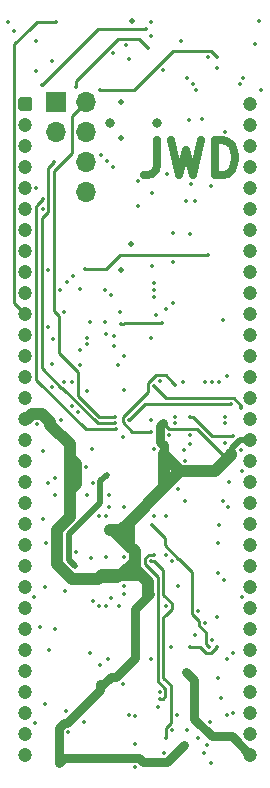
<source format=gbr>
G04 #@! TF.GenerationSoftware,KiCad,Pcbnew,(5.1.2)-1*
G04 #@! TF.CreationDate,2019-12-23T21:44:57-05:00*
G04 #@! TF.ProjectId,C64CPLA,43363443-504c-4412-9e6b-696361645f70,rev?*
G04 #@! TF.SameCoordinates,Original*
G04 #@! TF.FileFunction,Copper,L4,Inr*
G04 #@! TF.FilePolarity,Positive*
%FSLAX46Y46*%
G04 Gerber Fmt 4.6, Leading zero omitted, Abs format (unit mm)*
G04 Created by KiCad (PCBNEW (5.1.2)-1) date 2019-12-23 21:44:57*
%MOMM*%
%LPD*%
G04 APERTURE LIST*
%ADD10C,0.700000*%
%ADD11R,1.700000X1.700000*%
%ADD12O,1.700000X1.700000*%
%ADD13C,1.200000*%
%ADD14C,0.100000*%
%ADD15C,0.350000*%
%ADD16C,0.500000*%
%ADD17C,0.800000*%
%ADD18C,0.250000*%
%ADD19C,0.750000*%
%ADD20C,1.000000*%
%ADD21C,0.539000*%
G04 APERTURE END LIST*
D10*
X105164285Y-53856142D02*
X105164285Y-55999000D01*
X105021428Y-56427571D01*
X104735714Y-56713285D01*
X104307142Y-56856142D01*
X104021428Y-56856142D01*
X106307142Y-53856142D02*
X107021428Y-56856142D01*
X107592857Y-54713285D01*
X108164285Y-56856142D01*
X108878571Y-53856142D01*
X110021428Y-56856142D02*
X110021428Y-53856142D01*
X110735714Y-53856142D01*
X111164285Y-53999000D01*
X111450000Y-54284714D01*
X111592857Y-54570428D01*
X111735714Y-55141857D01*
X111735714Y-55570428D01*
X111592857Y-56141857D01*
X111450000Y-56427571D01*
X111164285Y-56713285D01*
X110735714Y-56856142D01*
X110021428Y-56856142D01*
D11*
X96583500Y-50673000D03*
D12*
X99123500Y-50673000D03*
X96583500Y-53213000D03*
X99123500Y-53213000D03*
X99123500Y-55753000D03*
X99123500Y-58293000D03*
D13*
X113030000Y-50800000D03*
D14*
G36*
X94309405Y-50201445D02*
G01*
X94338527Y-50205764D01*
X94367085Y-50212918D01*
X94394805Y-50222836D01*
X94421419Y-50235424D01*
X94446671Y-50250559D01*
X94470318Y-50268097D01*
X94492132Y-50287868D01*
X94511903Y-50309682D01*
X94529441Y-50333329D01*
X94544576Y-50358581D01*
X94557164Y-50385195D01*
X94567082Y-50412915D01*
X94574236Y-50441473D01*
X94578555Y-50470595D01*
X94580000Y-50500000D01*
X94580000Y-51100000D01*
X94578555Y-51129405D01*
X94574236Y-51158527D01*
X94567082Y-51187085D01*
X94557164Y-51214805D01*
X94544576Y-51241419D01*
X94529441Y-51266671D01*
X94511903Y-51290318D01*
X94492132Y-51312132D01*
X94470318Y-51331903D01*
X94446671Y-51349441D01*
X94421419Y-51364576D01*
X94394805Y-51377164D01*
X94367085Y-51387082D01*
X94338527Y-51394236D01*
X94309405Y-51398555D01*
X94280000Y-51400000D01*
X93680000Y-51400000D01*
X93650595Y-51398555D01*
X93621473Y-51394236D01*
X93592915Y-51387082D01*
X93565195Y-51377164D01*
X93538581Y-51364576D01*
X93513329Y-51349441D01*
X93489682Y-51331903D01*
X93467868Y-51312132D01*
X93448097Y-51290318D01*
X93430559Y-51266671D01*
X93415424Y-51241419D01*
X93402836Y-51214805D01*
X93392918Y-51187085D01*
X93385764Y-51158527D01*
X93381445Y-51129405D01*
X93380000Y-51100000D01*
X93380000Y-50500000D01*
X93381445Y-50470595D01*
X93385764Y-50441473D01*
X93392918Y-50412915D01*
X93402836Y-50385195D01*
X93415424Y-50358581D01*
X93430559Y-50333329D01*
X93448097Y-50309682D01*
X93467868Y-50287868D01*
X93489682Y-50268097D01*
X93513329Y-50250559D01*
X93538581Y-50235424D01*
X93565195Y-50222836D01*
X93592915Y-50212918D01*
X93621473Y-50205764D01*
X93650595Y-50201445D01*
X93680000Y-50200000D01*
X94280000Y-50200000D01*
X94309405Y-50201445D01*
X94309405Y-50201445D01*
G37*
D13*
X93980000Y-50800000D03*
X113030000Y-52578000D03*
X93980000Y-52578000D03*
X113030000Y-54356000D03*
X93980000Y-54356000D03*
X113030000Y-56134000D03*
X93980000Y-56134000D03*
X113030000Y-57912000D03*
X93980000Y-57912000D03*
X113030000Y-59690000D03*
X93980000Y-59690000D03*
X113030000Y-61468000D03*
X93980000Y-61468000D03*
X113030000Y-63246000D03*
X93980000Y-63246000D03*
X113030000Y-65024000D03*
X93980000Y-65024000D03*
X113030000Y-66802000D03*
X93980000Y-66802000D03*
X113030000Y-68580000D03*
X93980000Y-68580000D03*
X113030000Y-70358000D03*
X93980000Y-70358000D03*
X113030000Y-72136000D03*
X93980000Y-72136000D03*
X113030000Y-73914000D03*
X93980000Y-73914000D03*
X113030000Y-75692000D03*
X93980000Y-75692000D03*
X113030000Y-77470000D03*
X93980000Y-77470000D03*
X113030000Y-79248000D03*
X93980000Y-79248000D03*
X113030000Y-81026000D03*
X93980000Y-81026000D03*
X113030000Y-82804000D03*
X93980000Y-82804000D03*
X113030000Y-84582000D03*
X93980000Y-84582000D03*
X113030000Y-86360000D03*
X93980000Y-86360000D03*
X113030000Y-88138000D03*
X93980000Y-88138000D03*
X113030000Y-89916000D03*
X93980000Y-89916000D03*
X113030000Y-91694000D03*
X93980000Y-91694000D03*
X113030000Y-93472000D03*
X93980000Y-93472000D03*
X113030000Y-95250000D03*
X93980000Y-95250000D03*
X113030000Y-97028000D03*
X93980000Y-97028000D03*
X113030000Y-98806000D03*
X93980000Y-98806000D03*
X113030000Y-100584000D03*
X93980000Y-100584000D03*
X113030000Y-102362000D03*
X93980000Y-102362000D03*
X113030000Y-104140000D03*
X93980000Y-104140000D03*
X113030000Y-105918000D03*
X93980000Y-105918000D03*
D15*
X110299500Y-99441000D03*
X102235000Y-99885500D03*
X111379000Y-76200000D03*
X100330000Y-98298000D03*
X101854000Y-72898000D03*
X103505000Y-59436000D03*
X96266000Y-72834500D03*
X103505000Y-57340500D03*
X102732840Y-77543660D03*
X110553500Y-101092000D03*
X113792000Y-43766500D03*
D16*
X102997000Y-43830000D03*
X102933500Y-62674500D03*
D15*
X105981500Y-56769000D03*
X94899480Y-48008540D03*
X105633520Y-47922180D03*
X110744000Y-69088000D03*
X96329500Y-70675500D03*
X107569000Y-98869500D03*
X100330000Y-99949000D03*
X103759000Y-106426000D03*
X96837500Y-106616500D03*
X104711500Y-92265500D03*
X101663500Y-99314000D03*
X111061500Y-73850500D03*
X100330000Y-90868500D03*
X97282000Y-68453000D03*
X110871000Y-53213000D03*
X108966000Y-52070000D03*
X107823000Y-52197000D03*
X101155500Y-86868000D03*
X98552000Y-81915000D03*
X106490000Y-61721500D03*
X107590000Y-59034000D03*
X107315000Y-74358500D03*
X105671010Y-77843990D03*
X104644190Y-70610730D03*
D17*
X105092500Y-52451000D03*
X101155500Y-52451000D03*
D15*
X111506000Y-80454500D03*
X104711500Y-58356500D03*
X113432040Y-45765000D03*
X102537260Y-45847000D03*
X107442000Y-105092500D03*
D16*
X100882250Y-82188250D03*
X102108000Y-50673000D03*
X102108000Y-53657500D03*
X102108000Y-64833500D03*
X98171000Y-89916000D03*
D15*
X101536500Y-77343000D03*
X98298000Y-88773000D03*
X96202500Y-74739500D03*
X101536500Y-77851000D03*
X96393000Y-55753000D03*
X101663500Y-78359000D03*
X95440500Y-58864500D03*
X104711500Y-64516000D03*
X108045250Y-57562750D03*
X94903500Y-45507700D03*
X107124500Y-45466000D03*
X93054999Y-44604499D03*
X109474000Y-63627000D03*
X98996500Y-64770000D03*
X96266000Y-47180500D03*
X95186500Y-95059500D03*
X95440500Y-85979000D03*
X99441000Y-97282000D03*
X111093250Y-97821750D03*
X111093250Y-102520750D03*
X112395000Y-48577500D03*
X107632500Y-48577500D03*
X102743000Y-46990000D03*
X110236000Y-47752000D03*
X107886500Y-61785500D03*
X109474000Y-46863000D03*
X101409500Y-46489999D03*
X98593000Y-66443500D03*
X100330000Y-49657000D03*
X110236000Y-46863000D03*
X111252000Y-82804000D03*
X104635300Y-97790000D03*
X102755700Y-102514400D03*
X112141000Y-49085500D03*
X108140500Y-49085500D03*
X97625500Y-103949500D03*
X96456500Y-82486500D03*
X98298000Y-49339500D03*
X104330500Y-46101000D03*
X96583500Y-43878500D03*
X104584500Y-45085000D03*
X97453500Y-102171500D03*
X95885000Y-82867500D03*
X104203500Y-44450000D03*
X95405002Y-49177002D03*
X99631500Y-80010000D03*
X104902000Y-85725000D03*
X104902000Y-80010000D03*
X99187000Y-70612000D03*
X92554998Y-43850498D03*
X104612502Y-43850498D03*
X106680000Y-77343000D03*
X105918000Y-85725000D03*
X106680000Y-77843001D03*
X101981000Y-68389500D03*
X104648000Y-77533500D03*
X102362000Y-72136000D03*
X102362000Y-74993500D03*
X94996000Y-77914500D03*
X96964500Y-77533500D03*
X99123500Y-81534000D03*
X96520000Y-95250000D03*
X96520000Y-83947000D03*
X99173000Y-83947000D03*
X101028500Y-83947000D03*
X101028500Y-84963000D03*
X100203000Y-85661500D03*
X98940999Y-103144699D03*
X109643801Y-103144699D03*
X100393500Y-55118000D03*
X102362000Y-89154000D03*
X100774500Y-70294500D03*
X95885000Y-69659500D03*
X95885000Y-64833500D03*
X104648000Y-89535000D03*
X104838500Y-65976500D03*
X105854500Y-104457500D03*
X98044000Y-65341500D03*
X104838500Y-89027000D03*
X104838500Y-66548000D03*
X105346500Y-101155500D03*
X97472500Y-65849500D03*
X104711500Y-86487000D03*
X104838500Y-67119500D03*
X109388000Y-105115000D03*
X109494320Y-96774000D03*
X96901000Y-66548000D03*
X110680500Y-84455000D03*
X95440500Y-59690000D03*
X110331250Y-87979250D03*
X95726250Y-87979250D03*
X107378500Y-80137000D03*
X95440500Y-80200500D03*
X94905001Y-57939499D03*
X110921500Y-79515000D03*
X111594900Y-102362000D03*
X100971350Y-97783650D03*
X95636510Y-101657990D03*
X105219500Y-101854000D03*
X111569500Y-97282000D03*
X105918000Y-68135500D03*
X101473000Y-70421500D03*
X98417001Y-76919199D03*
X94678500Y-92583000D03*
X99192459Y-71178041D03*
X109664500Y-57785000D03*
X108331000Y-58991500D03*
X105029000Y-68643500D03*
X101473000Y-71310500D03*
X100774500Y-93281500D03*
X102298500Y-84963000D03*
X105537000Y-69342000D03*
X102108000Y-69405500D03*
X107505500Y-84455000D03*
X110340000Y-74318000D03*
X109791500Y-74358500D03*
X106870500Y-83439000D03*
X104860090Y-74697590D03*
X112268000Y-76581000D03*
X112268000Y-80137000D03*
X111125000Y-84963000D03*
X109093000Y-105727500D03*
X107505500Y-81026000D03*
X109220000Y-74358500D03*
X105410000Y-74295000D03*
X103255701Y-102611299D03*
X100203000Y-93281500D03*
X110761401Y-91079699D03*
X110871000Y-77343000D03*
X106680000Y-74612500D03*
X103251000Y-104965500D03*
X104648000Y-78549500D03*
X107942500Y-77350500D03*
X111569500Y-78930500D03*
X110363000Y-86487000D03*
X110248700Y-96761300D03*
X107886500Y-96774000D03*
X107632500Y-103822500D03*
X110871000Y-77851000D03*
X99695000Y-92925900D03*
X110261400Y-90563700D03*
X105867200Y-93332300D03*
X107886500Y-79629000D03*
X102336600Y-91592400D03*
X101930200Y-93306900D03*
X107886500Y-78867000D03*
X100711000Y-66548000D03*
X101274501Y-92677359D03*
X100901500Y-55626000D03*
X101219000Y-66992500D03*
X102328549Y-92324351D03*
X101409500Y-56134000D03*
X98615500Y-72898000D03*
X98615500Y-71628000D03*
X102235000Y-78994000D03*
X97917000Y-74358500D03*
X97917000Y-76390500D03*
X97282000Y-74358500D03*
X99695000Y-82931000D03*
X112331500Y-81915000D03*
X99441000Y-69278500D03*
X100774500Y-85661500D03*
X100774500Y-89154000D03*
X109664500Y-106616500D03*
X105854500Y-89027000D03*
X103281990Y-106964990D03*
X106418999Y-103815499D03*
X106359960Y-89535000D03*
X106832210Y-102590790D03*
X94767400Y-103251000D03*
X95686501Y-91698701D03*
X100711000Y-69278500D03*
X106489500Y-67627500D03*
X106934000Y-91630500D03*
X108585000Y-93726000D03*
X110236000Y-94234000D03*
X109220000Y-94742000D03*
X106489500Y-64198500D03*
X108465999Y-49674401D03*
X113955001Y-49620999D03*
X108641000Y-104465000D03*
X108376720Y-95758000D03*
X106172000Y-78867000D03*
X105346500Y-100584000D03*
X97345500Y-92075000D03*
X96012000Y-97028000D03*
X109748699Y-96223199D03*
X105727500Y-105727500D03*
X106326511Y-96771889D03*
X112331500Y-92583000D03*
X99194620Y-75087480D03*
X99504500Y-89281000D03*
D18*
X111379000Y-76200000D02*
X111131513Y-76200000D01*
X111131513Y-76200000D02*
X104076500Y-76200000D01*
X104076500Y-76200000D02*
X102806500Y-77470000D01*
X102806500Y-77470000D02*
X102732840Y-77543660D01*
X105846009Y-78018989D02*
X105671010Y-77843990D01*
X106170022Y-78343002D02*
X105846009Y-78018989D01*
X108546079Y-78343002D02*
X106170022Y-78343002D01*
X110657577Y-80454500D02*
X108546079Y-78343002D01*
X111506000Y-80454500D02*
X110657577Y-80454500D01*
D19*
X100330000Y-100196487D02*
X100330000Y-99949000D01*
X100330000Y-100405002D02*
X100330000Y-100196487D01*
X97535503Y-103199499D02*
X100330000Y-100405002D01*
X97265499Y-103199499D02*
X97535503Y-103199499D01*
X96837500Y-103627498D02*
X97265499Y-103199499D01*
X96837500Y-106616500D02*
X96837500Y-103627498D01*
X109754099Y-104364999D02*
X108267500Y-102878400D01*
X113030000Y-105918000D02*
X111476999Y-104364999D01*
X111476999Y-104364999D02*
X109754099Y-104364999D01*
X108267500Y-99568000D02*
X107569000Y-98869500D01*
X108267500Y-102878400D02*
X108267500Y-99568000D01*
X101212487Y-99314000D02*
X100330000Y-100196487D01*
X101663500Y-99314000D02*
X101212487Y-99314000D01*
X104511491Y-92338509D02*
X104511491Y-92265500D01*
X103251000Y-93599000D02*
X104511491Y-92338509D01*
X101663500Y-99314000D02*
X103251000Y-97726500D01*
X103251000Y-97726500D02*
X103251000Y-93599000D01*
D20*
X96683990Y-89800084D02*
X97927405Y-91043499D01*
X97725997Y-85813547D02*
X96683989Y-86855555D01*
X96089499Y-77953501D02*
X97725997Y-79589999D01*
X100155001Y-91043499D02*
X100330000Y-90868500D01*
X95416001Y-77039499D02*
X96089499Y-77712997D01*
X97927405Y-91043499D02*
X100155001Y-91043499D01*
X94575999Y-77039499D02*
X95416001Y-77039499D01*
X96089499Y-77712997D02*
X96089499Y-77953501D01*
X94145498Y-77470000D02*
X94575999Y-77039499D01*
X96683989Y-86855555D02*
X96683990Y-89800084D01*
X93980000Y-77470000D02*
X94145498Y-77470000D01*
X104386491Y-91305491D02*
X104386491Y-92338509D01*
X103798399Y-90717399D02*
X104386491Y-91305491D01*
X100330000Y-90868500D02*
X101765498Y-90868500D01*
X101765498Y-90868500D02*
X101916599Y-90717399D01*
X98248499Y-81293999D02*
X97725997Y-80771497D01*
X98248499Y-82980501D02*
X98248499Y-81293999D01*
X97725997Y-83503003D02*
X98248499Y-82980501D01*
X97725997Y-83503003D02*
X97725997Y-85813547D01*
X97725997Y-79589999D02*
X97725997Y-83503003D01*
X100504999Y-90693501D02*
X100330000Y-90868500D01*
X102117501Y-90693501D02*
X100504999Y-90693501D01*
X103237001Y-89574001D02*
X102117501Y-90693501D01*
X103237001Y-88702014D02*
X103237001Y-89574001D01*
X101155500Y-86868000D02*
X101402987Y-86868000D01*
X111392999Y-80557001D02*
X111392999Y-80454500D01*
X110048999Y-81901001D02*
X111392999Y-80557001D01*
X107085499Y-81901001D02*
X110048999Y-81901001D01*
X101155500Y-86868000D02*
X102118500Y-86868000D01*
D21*
X105496011Y-79650149D02*
X105732750Y-79886888D01*
X105671010Y-77843990D02*
X105496011Y-78018989D01*
D20*
X105732750Y-83253750D02*
X107085499Y-81901001D01*
D21*
X112181472Y-79248000D02*
X113030000Y-79248000D01*
X111506000Y-79923472D02*
X112181472Y-79248000D01*
X111506000Y-80454500D02*
X111506000Y-79923472D01*
D19*
X103641991Y-106214989D02*
X103806001Y-106378999D01*
X96837500Y-106616500D02*
X97239011Y-106214989D01*
X97239011Y-106214989D02*
X103641991Y-106214989D01*
X103980002Y-106553000D02*
X105981500Y-106553000D01*
X103641991Y-106214989D02*
X103980002Y-106553000D01*
X105981500Y-106553000D02*
X107442000Y-105092500D01*
X107442000Y-105092500D02*
X107442000Y-105092500D01*
X105732750Y-79730748D02*
X105732750Y-79886888D01*
X105398001Y-79395999D02*
X105732750Y-79730748D01*
X105398001Y-78116999D02*
X105398001Y-79395999D01*
X105671010Y-77843990D02*
X105398001Y-78116999D01*
X105732750Y-79730748D02*
X105732750Y-80459750D01*
D21*
X105732750Y-79886888D02*
X105732750Y-80459750D01*
D20*
X105732750Y-80459750D02*
X105732750Y-83253750D01*
X105732750Y-80548252D02*
X107085499Y-81901001D01*
X105732750Y-80459750D02*
X105732750Y-80548252D01*
X102716500Y-88181514D02*
X102739743Y-88204757D01*
X102716500Y-86270000D02*
X102716500Y-88181514D01*
X102739743Y-88204757D02*
X103237001Y-88702014D01*
X101402987Y-86868000D02*
X102739743Y-88204757D01*
X102716500Y-86270000D02*
X105732750Y-83253750D01*
X102118500Y-86868000D02*
X102716500Y-86270000D01*
X103237001Y-90410001D02*
X103544399Y-90717399D01*
X103237001Y-89574001D02*
X103237001Y-90410001D01*
X101916599Y-90717399D02*
X103544399Y-90717399D01*
X103544399Y-90717399D02*
X103798399Y-90717399D01*
X103237001Y-90156001D02*
X103798399Y-90717399D01*
X103237001Y-89574001D02*
X103237001Y-90156001D01*
D21*
X97921001Y-89666001D02*
X98171000Y-89916000D01*
X97653499Y-89398499D02*
X97921001Y-89666001D01*
X97653499Y-87257139D02*
X97653499Y-89398499D01*
X100339501Y-84571137D02*
X97653499Y-87257139D01*
X100339501Y-82730999D02*
X100339501Y-84571137D01*
X100882250Y-82188250D02*
X100339501Y-82730999D01*
D18*
X100245912Y-77343000D02*
X100711000Y-77343000D01*
X98417001Y-75514089D02*
X100245912Y-77343000D01*
X98417001Y-73503003D02*
X98417001Y-75514089D01*
X100711000Y-77343000D02*
X101536500Y-77343000D01*
X96829501Y-71915503D02*
X98417001Y-73503003D01*
X97948499Y-51848001D02*
X97948499Y-54937503D01*
X99123500Y-50673000D02*
X97948499Y-51848001D01*
X97948499Y-54937503D02*
X96393000Y-56493002D01*
X96393000Y-56493002D02*
X96393000Y-68304002D01*
X96393000Y-68304002D02*
X96829501Y-68740503D01*
X96829501Y-68740503D02*
X96829501Y-71915503D01*
X96393000Y-55753000D02*
X96393000Y-55753000D01*
X95940501Y-56205499D02*
X96393000Y-55753000D01*
X95940501Y-59930001D02*
X95940501Y-56205499D01*
X100117502Y-77851000D02*
X97125003Y-74858501D01*
X101536500Y-77851000D02*
X100117502Y-77851000D01*
X97125003Y-74858501D02*
X97041999Y-74858501D01*
X97041999Y-74858501D02*
X95384999Y-73201501D01*
X95384999Y-73201501D02*
X95384999Y-60485503D01*
X95384999Y-60485503D02*
X95940501Y-59930001D01*
X95440500Y-58864500D02*
X95440500Y-58864500D01*
X99081998Y-78359000D02*
X101663500Y-78359000D01*
X94905001Y-74182003D02*
X99081998Y-78359000D01*
X94905001Y-59463499D02*
X94905001Y-74182003D01*
X94940499Y-59428001D02*
X94905001Y-59463499D01*
X95440500Y-58864500D02*
X94940499Y-59364501D01*
X94940499Y-59364501D02*
X94940499Y-59428001D01*
X109474000Y-63627000D02*
X102514502Y-63627000D01*
X101955498Y-63627000D02*
X102514502Y-63627000D01*
X100812498Y-64770000D02*
X101955498Y-63627000D01*
X98996500Y-64770000D02*
X100812498Y-64770000D01*
X106452699Y-46362999D02*
X109735999Y-46362999D01*
X100330000Y-49657000D02*
X103158698Y-49657000D01*
X103158698Y-49657000D02*
X106452699Y-46362999D01*
X109735999Y-46362999D02*
X110236000Y-46863000D01*
X110236000Y-46863000D02*
X110236000Y-46863000D01*
X101812498Y-45346999D02*
X103576499Y-45346999D01*
X98298000Y-49339500D02*
X98298000Y-48861497D01*
X98298000Y-48861497D02*
X101812498Y-45346999D01*
X103576499Y-45346999D02*
X104330500Y-46101000D01*
X104330500Y-46101000D02*
X104330500Y-46101000D01*
X93054990Y-67654990D02*
X93054990Y-45756010D01*
X93980000Y-68580000D02*
X93054990Y-67654990D01*
X93054990Y-45756010D02*
X94424500Y-44386500D01*
X94424500Y-44386500D02*
X94805500Y-44005500D01*
X94805500Y-44005500D02*
X94932500Y-43878500D01*
X94932500Y-43878500D02*
X96583500Y-43878500D01*
X100132004Y-44450000D02*
X104203500Y-44450000D01*
X95405002Y-49177002D02*
X100132004Y-44450000D01*
X105661511Y-90301024D02*
X105661511Y-90674101D01*
X104648000Y-89535000D02*
X104895487Y-89535000D01*
X104895487Y-89535000D02*
X105661511Y-90301024D01*
X106367201Y-93572301D02*
X105896002Y-94043500D01*
X106367201Y-93092299D02*
X106367201Y-93572301D01*
X105661511Y-90674101D02*
X105661511Y-92386609D01*
X105661511Y-92386609D02*
X106367201Y-93092299D01*
X105854500Y-94043500D02*
X105661511Y-94236489D01*
X105896002Y-94043500D02*
X105854500Y-94043500D01*
X105661511Y-94236489D02*
X105661511Y-95247511D01*
X105661511Y-95247511D02*
X105664000Y-95250000D01*
X105664000Y-95250000D02*
X105664000Y-99377500D01*
X106296510Y-103197986D02*
X105854500Y-103639996D01*
X105664000Y-99377500D02*
X106296510Y-100010010D01*
X106296510Y-100010010D02*
X106296510Y-103197986D01*
X105854500Y-103639996D02*
X105854500Y-104457500D01*
X105854500Y-104457500D02*
X105854500Y-104457500D01*
X104147999Y-89294999D02*
X104147999Y-89796999D01*
X104838500Y-89027000D02*
X104415998Y-89027000D01*
X104415998Y-89027000D02*
X104147999Y-89294999D01*
X105593987Y-101155500D02*
X105346500Y-101155500D01*
X105846501Y-100902986D02*
X105593987Y-101155500D01*
X105846501Y-100343999D02*
X105846501Y-100902986D01*
X105211501Y-99708999D02*
X105846501Y-100343999D01*
X105211501Y-90860501D02*
X105211501Y-99708999D01*
X104147999Y-89796999D02*
X105211501Y-90860501D01*
X105791000Y-88159998D02*
X105791000Y-87566500D01*
X108084999Y-90431999D02*
X106955998Y-89302998D01*
X106955998Y-89302998D02*
X106934000Y-89302998D01*
X108084999Y-93966001D02*
X108084999Y-90431999D01*
X109248698Y-96296480D02*
X109248698Y-95510700D01*
X109248698Y-95510700D02*
X108719999Y-94982001D01*
X106934000Y-89302998D02*
X105791000Y-88159998D01*
X108719999Y-94982001D02*
X108719999Y-94622999D01*
X108719999Y-94622999D02*
X108352998Y-94255998D01*
X105791000Y-87566500D02*
X104711500Y-86487000D01*
X108352998Y-94255998D02*
X108352998Y-94234000D01*
X108352998Y-94234000D02*
X108084999Y-93966001D01*
X109248698Y-96296480D02*
X109248698Y-96528378D01*
X109248698Y-96528378D02*
X109494320Y-96774000D01*
X109494320Y-96774000D02*
X109499400Y-96779080D01*
X102355487Y-69342000D02*
X105537000Y-69342000D01*
X102291987Y-69405500D02*
X102355487Y-69342000D01*
X102108000Y-69405500D02*
X102291987Y-69405500D01*
X111619001Y-75699999D02*
X112268000Y-76348998D01*
X104860090Y-74697590D02*
X105862499Y-75699999D01*
X105862499Y-75699999D02*
X111619001Y-75699999D01*
X112268000Y-76348998D02*
X112268000Y-76581000D01*
X112268000Y-76581000D02*
X112268000Y-76581000D01*
X106505001Y-74437501D02*
X106680000Y-74612500D01*
X105862499Y-73794999D02*
X106505001Y-74437501D01*
X105022679Y-73794999D02*
X105862499Y-73794999D01*
X102232839Y-77303659D02*
X104338907Y-75197591D01*
X102232839Y-77783661D02*
X102232839Y-77303659D01*
X102998678Y-78549500D02*
X102232839Y-77783661D01*
X104648000Y-78549500D02*
X102998678Y-78549500D01*
X104338907Y-74478771D02*
X105022679Y-73794999D01*
X104338907Y-75197591D02*
X104338907Y-74478771D01*
X108189987Y-77350500D02*
X109769987Y-78930500D01*
X107942500Y-77350500D02*
X108189987Y-77350500D01*
X109769987Y-78930500D02*
X111569500Y-78930500D01*
X110248700Y-96761300D02*
X109735999Y-97274001D01*
X109254319Y-97274001D02*
X108966000Y-96985682D01*
X109735999Y-97274001D02*
X109254319Y-97274001D01*
X108966000Y-96985682D02*
X108966000Y-96964500D01*
X108966000Y-96964500D02*
X108775500Y-96774000D01*
X108775500Y-96774000D02*
X107886500Y-96774000D01*
M02*

</source>
